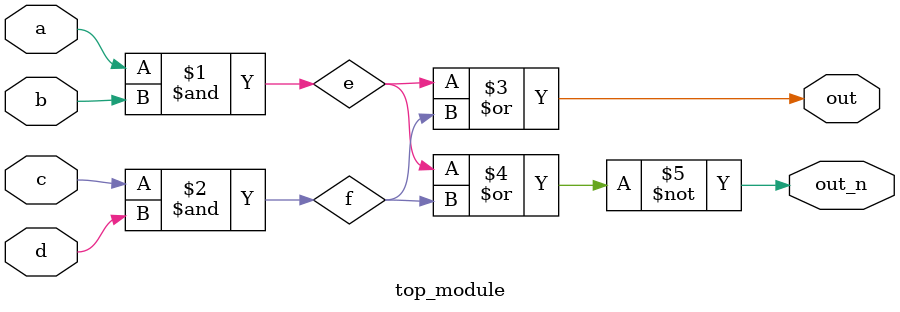
<source format=v>
`default_nettype none
module top_module(
    input a,
    input b,
    input c,
    input d,
    output out,
    output out_n   ); 
    
    wire e, f, g;
    assign e = a&b;
    assign f = c&d;
    assign out = e|f;
    assign out_n = ~(e|f);

endmodule
</source>
